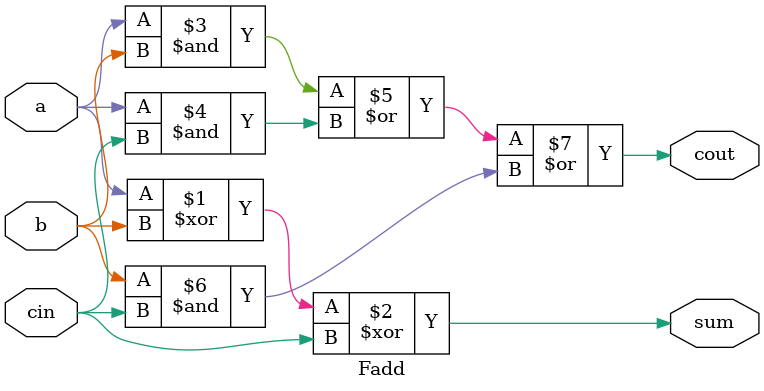
<source format=v>
module Fadd (
    input  a, b, cin,
    output cout, sum
);

    assign sum  = a ^ b ^ cin;
    assign cout = (a & b) | (a & cin) | (b & cin);
endmodule

</source>
